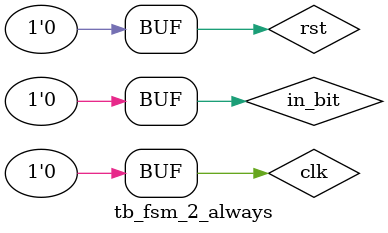
<source format=v>
module tb_fsm_2_always;

reg clk,in_bit,rst;
wire out;

fsm_2_always DUT (.clk(clk),.rst(rst),.in_bit(in_bit),.out(out));

initial begin
    clk = 0;
    rst = 0;
    in_bit = 0;
    // forever #5 clk = ~clk; // Uncomment this line to create a clock signal when simulating
end
/*  REMOVE THE COMMENTS WHEN SIMULATING
initial begin
    $monitor("Time=%0d rst=%b in_bit=%b out=%b",$time,rst,in_bit,out);
    #5 rst = 1; // Assert reset
    #10 rst = 0; // Deassert reset

    // Test sequence: 1,0,1,1 (should detect sequence)
    #10 in_bit = 1;
    #10 in_bit = 0;
    #10 in_bit = 1;
    #10 in_bit = 1;

    // Test sequence: 0,1,0,1 (should not detect sequence)
    #10 in_bit = 0;
    #10 in_bit = 1;
    #10 in_bit = 0;
    #10 in_bit = 1;

    // Test sequence: 1,0,1,1 (should detect sequence again but due to reset it won't be detected)
    #10 in_bit = 1;
    #10 in_bit = 0;
    #10 rst = 1; // Assert reset
    #10 rst = 0; // Deassert reset
    #10 in_bit = 1;
    #10 in_bit = 1;

    #20 $finish; // End simulation
end

initial begin
    $dumpfile("fsm_waveform.vcd");
    $dumpvars(0,tb_fsm_2_always);   
end
*/
endmodule 
</source>
